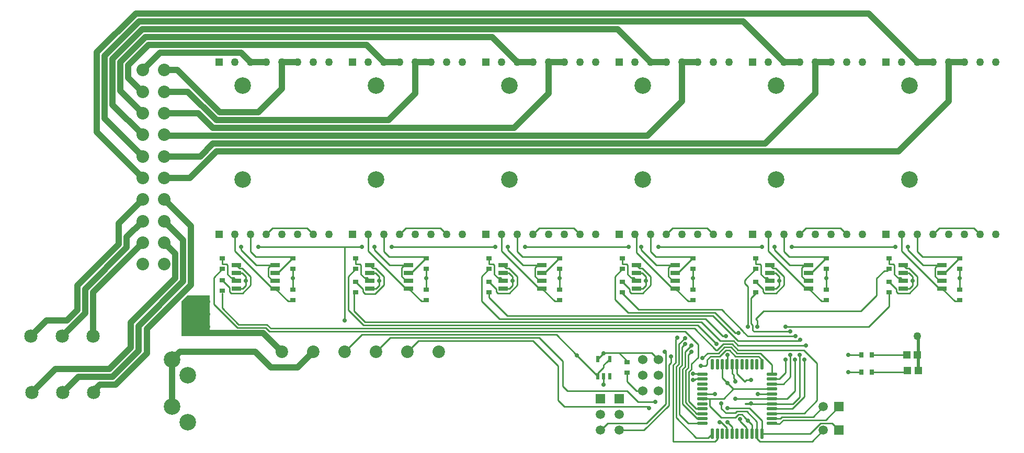
<source format=gtl>
G04 Layer_Physical_Order=1*
G04 Layer_Color=255*
%FSLAX24Y24*%
%MOIN*%
G70*
G01*
G75*
%ADD10R,0.0374X0.0315*%
%ADD11O,0.0217X0.0689*%
%ADD12O,0.0689X0.0217*%
%ADD13R,0.0591X0.0315*%
%ADD14R,0.0236X0.0433*%
%ADD15R,0.0315X0.0374*%
%ADD16R,0.0492X0.0472*%
%ADD17C,0.0400*%
%ADD18C,0.0200*%
%ADD19C,0.0100*%
%ADD20C,0.0600*%
%ADD21C,0.0591*%
%ADD22R,0.0591X0.0591*%
%ADD23C,0.0799*%
%ADD24R,0.0591X0.0591*%
%ADD25C,0.1058*%
%ADD26C,0.0850*%
%ADD27C,0.0801*%
%ADD28C,0.0500*%
%ADD29R,0.0500X0.0500*%
%ADD30C,0.0290*%
G36*
X13900Y7000D02*
X12100D01*
Y9258D01*
X12442Y9600D01*
X13900D01*
Y7000D01*
D02*
G37*
D10*
X40500Y4665D02*
D03*
Y5335D02*
D03*
X14700Y11315D02*
D03*
Y11985D02*
D03*
X23200Y11315D02*
D03*
Y11985D02*
D03*
X31700Y11315D02*
D03*
Y11985D02*
D03*
X40200Y11315D02*
D03*
Y11985D02*
D03*
X48700Y11315D02*
D03*
Y11985D02*
D03*
X57200Y11315D02*
D03*
Y11985D02*
D03*
X19200Y11985D02*
D03*
Y11315D02*
D03*
X27700Y11985D02*
D03*
Y11315D02*
D03*
X36200Y11985D02*
D03*
Y11315D02*
D03*
X44700Y11985D02*
D03*
Y11315D02*
D03*
X53200Y11985D02*
D03*
Y11315D02*
D03*
X61700Y11985D02*
D03*
Y11315D02*
D03*
X14677Y9904D02*
D03*
Y10573D02*
D03*
X23177Y9815D02*
D03*
Y10485D02*
D03*
X31677Y9815D02*
D03*
Y10485D02*
D03*
X40177Y9815D02*
D03*
Y10485D02*
D03*
X48677Y9815D02*
D03*
Y10485D02*
D03*
X57177Y9815D02*
D03*
Y10485D02*
D03*
X19200Y9315D02*
D03*
Y9985D02*
D03*
X27700Y9315D02*
D03*
Y9985D02*
D03*
X36200Y9315D02*
D03*
Y9985D02*
D03*
X44700Y9315D02*
D03*
Y9985D02*
D03*
X53200Y9315D02*
D03*
Y9985D02*
D03*
X61700Y9315D02*
D03*
Y9985D02*
D03*
D11*
X45925Y776D02*
D03*
X46240D02*
D03*
X46555D02*
D03*
X46870D02*
D03*
X47185D02*
D03*
X47500D02*
D03*
X47815D02*
D03*
X48130D02*
D03*
X48445D02*
D03*
X48760D02*
D03*
X49075D02*
D03*
Y5224D02*
D03*
X48760D02*
D03*
X48445D02*
D03*
X48130D02*
D03*
X47815D02*
D03*
X47500D02*
D03*
X47185D02*
D03*
X46870D02*
D03*
X46555D02*
D03*
X46240D02*
D03*
X45925D02*
D03*
D12*
X49724Y1425D02*
D03*
Y1740D02*
D03*
Y2055D02*
D03*
Y2370D02*
D03*
Y2685D02*
D03*
Y3000D02*
D03*
Y3315D02*
D03*
Y3630D02*
D03*
Y3945D02*
D03*
Y4260D02*
D03*
Y4575D02*
D03*
X45276D02*
D03*
Y4260D02*
D03*
Y3945D02*
D03*
Y3630D02*
D03*
Y3315D02*
D03*
Y3000D02*
D03*
Y2685D02*
D03*
Y2370D02*
D03*
Y2055D02*
D03*
Y1740D02*
D03*
Y1425D02*
D03*
D13*
X60561Y10050D02*
D03*
Y10550D02*
D03*
Y11050D02*
D03*
Y11550D02*
D03*
X58100Y10050D02*
D03*
Y10550D02*
D03*
Y11050D02*
D03*
Y11550D02*
D03*
X52061Y10050D02*
D03*
Y10550D02*
D03*
Y11050D02*
D03*
Y11550D02*
D03*
X49600Y10050D02*
D03*
Y10550D02*
D03*
Y11050D02*
D03*
Y11550D02*
D03*
X43561Y10050D02*
D03*
Y10550D02*
D03*
Y11050D02*
D03*
Y11550D02*
D03*
X41100Y10050D02*
D03*
Y10550D02*
D03*
Y11050D02*
D03*
Y11550D02*
D03*
X35061Y10050D02*
D03*
Y10550D02*
D03*
Y11050D02*
D03*
Y11550D02*
D03*
X32600Y10050D02*
D03*
Y10550D02*
D03*
Y11050D02*
D03*
Y11550D02*
D03*
X26561Y10050D02*
D03*
Y10550D02*
D03*
Y11050D02*
D03*
Y11550D02*
D03*
X24100Y10050D02*
D03*
Y10550D02*
D03*
Y11050D02*
D03*
Y11550D02*
D03*
X18061Y10050D02*
D03*
Y10550D02*
D03*
Y11050D02*
D03*
Y11550D02*
D03*
X15600Y10050D02*
D03*
Y10550D02*
D03*
Y11050D02*
D03*
Y11550D02*
D03*
D14*
X39374Y5551D02*
D03*
X38626D02*
D03*
Y4449D02*
D03*
X39000D02*
D03*
X39374D02*
D03*
D15*
X55431Y5800D02*
D03*
X56100D02*
D03*
X55431Y4700D02*
D03*
X56100D02*
D03*
D16*
X58356Y4800D02*
D03*
X59044D02*
D03*
X58311Y5800D02*
D03*
X59000D02*
D03*
D17*
X12760Y8160D02*
X12860Y8060D01*
X13560Y7360D01*
X13721Y7200D01*
X6500Y3500D02*
X6900Y3900D01*
X4520Y3400D02*
X5520Y4400D01*
X2540Y3400D02*
X4040Y4900D01*
X4480Y7000D02*
X5960Y8480D01*
X6460Y7000D02*
Y9814D01*
X6500Y3400D02*
Y3500D01*
X59000Y24500D02*
X60000D01*
X55900Y27600D02*
X59000Y24500D01*
X9172Y27600D02*
X55900D01*
X50500Y24500D02*
X51500D01*
X47900Y27100D02*
X50500Y24500D01*
X9379Y27100D02*
X47900D01*
X42000Y24500D02*
X43000D01*
X39900Y26600D02*
X42000Y24500D01*
X9586Y26600D02*
X39900D01*
X33500Y24500D02*
X34500D01*
X31900Y26100D02*
X33500Y24500D01*
X9793Y26100D02*
X31900D01*
X25000Y24500D02*
X26000D01*
X23900Y25600D02*
X25000Y24500D01*
X10000Y25600D02*
X23900D01*
X6700Y20032D02*
X9622Y17110D01*
X7200Y20910D02*
X9622Y18488D01*
X7700Y21788D02*
X9622Y19866D01*
X8200Y22666D02*
X9622Y21244D01*
X9578Y22622D02*
X9622D01*
X8700Y23500D02*
X9578Y22622D01*
X6700Y20032D02*
Y25128D01*
X7700Y21788D02*
Y24714D01*
X8200Y22666D02*
Y24507D01*
X7700Y24714D02*
X9586Y26600D01*
X8200Y24507D02*
X9793Y26100D01*
X6700Y25128D02*
X9172Y27600D01*
X7200Y20910D02*
Y24921D01*
X9379Y27100D01*
X8700Y23500D02*
Y24300D01*
X10000Y25600D01*
X9622Y24000D02*
X10722Y25100D01*
X15900D01*
X16500Y24500D01*
X11814Y24000D02*
X14514Y21300D01*
X11000Y24000D02*
X11814D01*
X12485Y22622D02*
X14307Y20800D01*
X11000Y22622D02*
X12485D01*
X14514Y21300D02*
X17000D01*
X14307Y20800D02*
X25300D01*
X14100Y20300D02*
X33300D01*
X13156Y21244D02*
X14100Y20300D01*
X11000Y21244D02*
X13156D01*
X12617Y17110D02*
X14307Y18800D01*
X11000Y17110D02*
X12617D01*
X14307Y18800D02*
X57800D01*
X14100Y19300D02*
X49300D01*
X13288Y18488D02*
X14100Y19300D01*
X11000Y18488D02*
X13288D01*
X61000Y24500D02*
X62000D01*
X57800Y18800D02*
X61000Y22000D01*
Y24500D01*
X52500D02*
X53500D01*
X49300Y19300D02*
X52500Y22500D01*
Y24500D01*
X44000D02*
X45000D01*
X41800Y19800D02*
X44000Y22000D01*
Y24500D01*
X11066Y19800D02*
X41800D01*
X35500Y24500D02*
X36500D01*
X33300Y20300D02*
X35500Y22500D01*
Y24500D01*
X27000D02*
X28000D01*
X25300Y20800D02*
X27000Y22500D01*
Y24500D01*
X18500D02*
X19500D01*
X17000Y21300D02*
X18500Y22800D01*
Y24500D01*
X11000Y19866D02*
X11066Y19800D01*
X17300Y7200D02*
X18500Y6000D01*
X19500Y5000D02*
X20500Y6000D01*
X17800Y5000D02*
X19500D01*
X11500Y5500D02*
X12000Y6000D01*
X16800D01*
X17800Y5000D01*
X16500Y24500D02*
X17500D01*
X6460Y9814D02*
X9622Y12976D01*
X11500Y2500D02*
Y5500D01*
X13721Y7200D02*
X17300D01*
X11000Y15732D02*
X12701Y14032D01*
X11000Y14354D02*
X12201Y13154D01*
X11000Y12976D02*
X11701Y12276D01*
X6900Y3900D02*
X7900D01*
X5520Y4400D02*
X7693D01*
X11701Y10701D02*
Y12276D01*
X12201Y10493D02*
Y13154D01*
X12701Y10286D02*
Y14032D01*
X5460Y8687D02*
Y10229D01*
X4040Y4900D02*
X7486D01*
X9365Y7658D02*
X12201Y10493D01*
X8865Y7865D02*
X11701Y10701D01*
X7486Y4900D02*
X8865Y6279D01*
Y7865D01*
X7693Y4400D02*
X9365Y6072D01*
Y7658D01*
X7900Y3900D02*
X9900Y5900D01*
Y7486D01*
X12701Y10286D01*
X5960Y8480D02*
Y10021D01*
X8600Y12661D01*
Y13332D01*
X9622Y14354D01*
X5460Y10229D02*
X8100Y12869D01*
Y14210D01*
X9622Y15732D01*
X4773Y8000D02*
X5460Y8687D01*
X2500Y7000D02*
X3500Y8000D01*
X4773D01*
D18*
X59044Y4800D02*
Y6956D01*
D19*
X48098Y1069D02*
X48130D01*
X46900Y5254D02*
Y5800D01*
X57200Y11623D02*
Y11985D01*
Y11623D02*
X57449D01*
X57537Y11535D01*
Y10948D02*
Y11535D01*
Y10948D02*
X57743Y10743D01*
X57907D01*
X58100Y10550D01*
X57177Y10485D02*
X57655Y10007D01*
Y9830D02*
Y10007D01*
Y9830D02*
X57743Y9743D01*
X58475D01*
X58995Y10262D01*
Y10820D01*
X58457Y11357D02*
X58995Y10820D01*
X58293Y11357D02*
X58457D01*
X58100Y11550D02*
X58293Y11357D01*
X48700Y11623D02*
Y11985D01*
Y11623D02*
X48949D01*
X49037Y11535D01*
Y10948D02*
Y11535D01*
Y10948D02*
X49243Y10743D01*
X49407D01*
X49600Y10550D01*
X48677Y10485D02*
X49155Y10007D01*
Y9830D02*
Y10007D01*
Y9830D02*
X49243Y9743D01*
X49975D01*
X50495Y10262D01*
X50200Y10250D02*
Y10527D01*
Y10804D01*
X49957Y11357D02*
X50495Y10820D01*
Y10262D02*
Y10820D01*
X49793Y11357D02*
X49957D01*
X49600Y11550D02*
X49793Y11357D01*
X40200Y11623D02*
Y11985D01*
Y11623D02*
X40449D01*
X40537Y11535D01*
Y10948D02*
Y11535D01*
Y10948D02*
X40743Y10743D01*
X40907D01*
X41100Y10550D01*
X40177Y10485D02*
X40655Y10007D01*
Y9830D02*
Y10007D01*
Y9830D02*
X40743Y9743D01*
X41475D01*
X42000Y10267D01*
Y10815D01*
X41457Y11357D02*
X42000Y10815D01*
X41293Y11357D02*
X41457D01*
X41100Y11550D02*
X41293Y11357D01*
X31700Y11623D02*
Y11985D01*
Y11623D02*
X31949D01*
X32037Y11535D01*
Y10948D02*
Y11535D01*
Y10948D02*
X32243Y10743D01*
X32407D01*
X32600Y10550D01*
X31677Y10485D02*
X32155Y10007D01*
Y9830D02*
Y10007D01*
Y9830D02*
X32243Y9743D01*
X32975D01*
X33495Y10262D01*
Y10820D01*
X32957Y11357D02*
X33495Y10820D01*
X32793Y11357D02*
X32957D01*
X32600Y11550D02*
X32793Y11357D01*
X23200Y11623D02*
Y11985D01*
Y11623D02*
X23449D01*
X23537Y11535D01*
Y10948D02*
Y11535D01*
Y10948D02*
X23743Y10743D01*
X23907D01*
X24100Y10550D01*
X23177Y10485D02*
X23655Y10007D01*
Y9830D02*
Y10007D01*
Y9830D02*
X23785Y9700D01*
X24433D01*
X24995Y10262D01*
Y10820D01*
X24457Y11357D02*
X24995Y10820D01*
X24293Y11357D02*
X24457D01*
X24100Y11550D02*
X24293Y11357D01*
X23177Y10573D02*
X23200Y10550D01*
X24700Y10250D02*
Y10527D01*
Y10804D01*
X24500Y10050D02*
X24700Y10250D01*
X22712Y10803D02*
X23136Y11227D01*
X14700Y11623D02*
Y11985D01*
Y11623D02*
X14949D01*
X15037Y11535D01*
Y10948D02*
Y11535D01*
Y10948D02*
X15243Y10743D01*
X15407D01*
X15600Y10550D01*
X14140Y10755D02*
X14700Y11315D01*
X14140Y9055D02*
Y10755D01*
X14677Y10573D02*
X15155Y10095D01*
Y9830D02*
Y10095D01*
Y9830D02*
X15243Y9743D01*
X15975D01*
X16495Y10262D01*
Y10820D01*
X15957Y11357D02*
X16495Y10820D01*
X15793Y11357D02*
X15957D01*
X15600Y11550D02*
X15793Y11357D01*
X14140Y9055D02*
X15645Y7550D01*
X14677Y10573D02*
Y10627D01*
X15600Y11050D02*
X15954D01*
X16200Y10804D01*
X15500Y12446D02*
X17896Y10050D01*
X27623Y11948D02*
Y12073D01*
X27384Y9227D02*
X27700D01*
X18884D02*
X19200D01*
X19123Y11948D02*
Y12073D01*
X36123Y11948D02*
Y12073D01*
X44623Y11948D02*
Y12073D01*
X35884Y9227D02*
X36200D01*
X53123Y11948D02*
Y12073D01*
X44384Y9227D02*
X44700D01*
X52884D02*
X53200D01*
X45276Y3000D02*
X45770D01*
X61623Y11948D02*
Y12073D01*
X61384Y9227D02*
X61700D01*
Y10700D02*
Y11227D01*
Y10073D02*
Y10700D01*
X53200D02*
Y11227D01*
Y10073D02*
Y10700D01*
X58700Y10527D02*
Y10804D01*
Y10250D02*
Y10527D01*
X44700Y10700D02*
Y11227D01*
Y10073D02*
Y10700D01*
X41700Y10527D02*
Y10804D01*
Y10250D02*
Y10527D01*
X36200Y10700D02*
Y11227D01*
Y10073D02*
Y10700D01*
X33200Y10527D02*
Y10804D01*
Y10250D02*
Y10527D01*
X27700Y10700D02*
Y11227D01*
Y10073D02*
Y10700D01*
X19200D02*
Y11227D01*
Y10073D02*
Y10700D01*
X16200Y10527D02*
Y10804D01*
Y10250D02*
Y10527D01*
X45276Y3315D02*
X46085D01*
X45770Y2530D02*
Y3000D01*
X49200Y8600D02*
X55400D01*
X44180Y7300D02*
X45005Y6475D01*
X17695Y7300D02*
X44180D01*
X45005Y5636D02*
Y6475D01*
X40559Y8500D02*
X46100D01*
X32359Y8100D02*
X45500D01*
X52600Y2900D02*
Y5283D01*
X51764Y6119D02*
X52600Y5283D01*
X51462Y6710D02*
X51526Y6774D01*
X48178Y7005D02*
X51205D01*
X48583Y7300D02*
X50900D01*
Y4400D02*
Y5800D01*
X50600Y4675D02*
Y5500D01*
X51500Y3117D02*
Y5800D01*
X48982Y5919D02*
X49724Y5176D01*
X48867Y5719D02*
X49075Y5511D01*
X51800Y3134D02*
Y5500D01*
X48000Y10391D02*
Y10591D01*
X48400Y9450D02*
X48677Y9727D01*
X55877Y7600D02*
X57177Y8900D01*
X51200Y3500D02*
Y5500D01*
X46500Y2383D02*
X46783Y2100D01*
X39245Y1445D02*
X41728D01*
X38845Y1045D02*
X39245Y1445D01*
X42900Y6000D02*
X42950Y5950D01*
X45200Y5100D02*
X45500D01*
X45770Y2530D02*
X46500Y1800D01*
X48445Y776D02*
Y1355D01*
X48130Y776D02*
Y1069D01*
X48073Y1094D02*
X48098Y1069D01*
X48073Y1094D02*
Y1187D01*
X49075Y776D02*
Y1608D01*
X41566Y1000D02*
X43150Y2584D01*
X44700Y4200D02*
X44795D01*
X44855Y4260D01*
X45250Y4600D02*
X45276Y4575D01*
X43605Y1795D02*
X44900Y500D01*
X43805Y1995D02*
X44375Y1425D01*
X44005Y2680D02*
X44945Y1740D01*
X44205Y2763D02*
X44913Y2055D01*
X44405Y2846D02*
X44881Y2370D01*
X44400Y5800D02*
X44600Y6000D01*
X43595Y6795D02*
X43700Y6900D01*
X17778Y7500D02*
X44783D01*
X23694Y7700D02*
X45000D01*
X23777Y7900D02*
X45217D01*
X40177Y9727D02*
X41204Y8700D01*
X39712Y9347D02*
X40559Y8500D01*
X31677Y9477D02*
X32854Y8300D01*
X31230Y9230D02*
X32359Y8100D01*
X23077Y8600D02*
X23777Y7900D01*
X22712Y8682D02*
X23694Y7700D01*
X17528Y7750D02*
X17778Y7500D01*
X17445Y7550D02*
X17695Y7300D01*
X43795Y6512D02*
X44173Y6890D01*
X44000Y6300D02*
X44200Y6500D01*
Y6017D02*
X44583Y6400D01*
X44600D01*
Y5231D02*
X45005Y5636D01*
X41728Y1445D02*
X42950Y2667D01*
X48000Y10591D02*
X48636Y11227D01*
X50700Y3000D02*
X51200Y3500D01*
X49724Y3000D02*
X50700D01*
X50445Y3945D02*
X50900Y4400D01*
X50184Y4260D02*
X50600Y4675D01*
X51036Y2370D02*
X51800Y3134D01*
X49724Y2370D02*
X51036D01*
X51068Y2685D02*
X51500Y3117D01*
X49724Y3945D02*
X50445D01*
X51783Y2083D02*
X52600Y2900D01*
X49724Y1740D02*
X50257D01*
X50362Y1845D02*
X52345D01*
X50257Y1740D02*
X50362Y1845D01*
X50445Y1645D02*
X53145D01*
X50200Y1400D02*
X50445Y1645D01*
X48760Y489D02*
X48968Y281D01*
X52281D01*
X52146Y776D02*
X52816Y1445D01*
X49075Y776D02*
X52146D01*
X52816Y1445D02*
X53555D01*
X54000Y1000D01*
X49750Y1400D02*
X50200D01*
X58100Y11050D02*
X58454D01*
X58100Y10050D02*
X58500D01*
X58700Y10250D01*
X58454Y11050D02*
X58700Y10804D01*
X49600Y11050D02*
X49954D01*
X49600Y10050D02*
X50000D01*
X50200Y10250D01*
X49954Y11050D02*
X50200Y10804D01*
X41100Y11050D02*
X41454D01*
X41100Y10050D02*
X41500D01*
X41700Y10250D01*
X41454Y11050D02*
X41700Y10804D01*
X32600Y11050D02*
X32954D01*
X32600Y10050D02*
X33000D01*
X33200Y10250D01*
X32954Y11050D02*
X33200Y10804D01*
X24100Y11050D02*
X24454D01*
X24100Y10050D02*
X24500D01*
X24454Y11050D02*
X24700Y10804D01*
X16000Y10050D02*
X16200Y10250D01*
X60000Y13500D02*
X60400Y13900D01*
X62600D01*
X63000Y13500D01*
X51500D02*
X51900Y13900D01*
X54100D01*
X54500Y13500D01*
X43000D02*
X43400Y13900D01*
X45600D01*
X46000Y13500D01*
X34500D02*
X34900Y13900D01*
X37100D01*
X37500Y13500D01*
X26000D02*
X26400Y13900D01*
X28600D01*
X29000Y13500D01*
X20100Y13900D02*
X20500Y13500D01*
X17900Y13900D02*
X20100D01*
X17500Y13500D02*
X17900Y13900D01*
X41400Y12500D02*
Y12700D01*
Y12500D02*
X42350Y11550D01*
X59000Y12400D02*
Y13500D01*
X31677Y9477D02*
Y9727D01*
X60396Y10050D02*
X60561D01*
X58000Y12446D02*
X60396Y10050D01*
X60300Y11550D02*
X60561D01*
X60115Y11365D02*
X60300Y11550D01*
X60115Y10830D02*
Y11365D01*
X60396Y10550D02*
X60561D01*
X60115Y10830D02*
X60396Y10550D01*
X60726Y11050D02*
X61623Y11948D01*
X60561Y11050D02*
X60726D01*
X59327Y12073D02*
X61623D01*
X59000Y12400D02*
X59327Y12073D01*
X57177Y10573D02*
X57200Y10550D01*
X60561Y10050D02*
X61384Y9227D01*
X51896Y10050D02*
X52061D01*
X51800Y11550D02*
X52061D01*
X51615Y11365D02*
X51800Y11550D01*
X51615Y10830D02*
Y11365D01*
X51896Y10550D02*
X52061D01*
X51615Y10830D02*
X51896Y10550D01*
X52226Y11050D02*
X53123Y11948D01*
X52061Y11050D02*
X52226D01*
X48677Y10573D02*
X48700Y10550D01*
X52061Y10050D02*
X52884Y9227D01*
X34896Y10050D02*
X35061D01*
X34800Y11550D02*
X35061D01*
X34615Y11365D02*
X34800Y11550D01*
X34615Y10830D02*
Y11365D01*
X34896Y10550D02*
X35061D01*
X34615Y10830D02*
X34896Y10550D01*
X31212Y10803D02*
X31636Y11227D01*
X31212Y9230D02*
Y10803D01*
X35226Y11050D02*
X36123Y11948D01*
X35061Y11050D02*
X35226D01*
X33827Y12073D02*
X36123D01*
X31677Y10573D02*
X31700Y10550D01*
X35061Y10050D02*
X35884Y9227D01*
X26396Y10050D02*
X26561D01*
X24000Y12446D02*
X26396Y10050D01*
X26300Y11550D02*
X26561D01*
X26115Y11365D02*
X26300Y11550D01*
X26115Y10830D02*
Y11365D01*
X26396Y10550D02*
X26561D01*
X26115Y10830D02*
X26396Y10550D01*
X22712Y8682D02*
Y10803D01*
X26726Y11050D02*
X27623Y11948D01*
X26561Y11050D02*
X26726D01*
X25327Y12073D02*
X27623D01*
X26561Y10050D02*
X27384Y9227D01*
X17896Y10050D02*
X18061D01*
X17800Y11550D02*
X18061D01*
X17615Y11365D02*
X17800Y11550D01*
X17615Y10830D02*
Y11365D01*
X17896Y10550D02*
X18061D01*
X17615Y10830D02*
X17896Y10550D01*
X15600Y10050D02*
X16000D01*
X18226Y11050D02*
X19123Y11948D01*
X18061Y11050D02*
X18226D01*
X18061Y10050D02*
X18884Y9227D01*
X42327Y12073D02*
X44623D01*
X39712Y10803D02*
X40136Y11227D01*
X39712Y9347D02*
Y10803D01*
X43561Y10050D02*
X44384Y9227D01*
X23077Y8600D02*
Y9677D01*
X43300Y11550D02*
X43561D01*
X43396Y10050D02*
X43561D01*
X43115Y10830D02*
X43396Y10550D01*
X43115Y10830D02*
Y11365D01*
X43396Y10550D02*
X43561D01*
X43726Y11050D02*
X44623Y11948D01*
X43561Y11050D02*
X43726D01*
X40177Y10573D02*
X40200Y10550D01*
X44900Y500D02*
X45650D01*
X46081Y281D02*
X46240Y440D01*
X49724Y2055D02*
Y2083D01*
X38626Y4449D02*
Y4626D01*
X39987Y5937D02*
X40500Y5423D01*
X41000Y13500D02*
X41100Y13400D01*
X43115Y11365D02*
X43300Y11550D01*
X42350D02*
X43300D01*
X24000Y12446D02*
Y13500D01*
X16850Y11550D02*
X17800D01*
X15900Y12500D02*
X16850Y11550D01*
X15900Y12500D02*
Y12700D01*
X25350Y11550D02*
X26300D01*
X24400Y12500D02*
X25350Y11550D01*
X24400Y12500D02*
Y12700D01*
X33850Y11550D02*
X34800D01*
X32900Y12500D02*
X33850Y11550D01*
X32900Y12500D02*
Y12700D01*
X50850Y11550D02*
X51800D01*
X49900Y12500D02*
X50850Y11550D01*
X49900Y12500D02*
Y12700D01*
X59350Y11550D02*
X60300D01*
X58400Y12500D02*
X59350Y11550D01*
X58400Y12500D02*
Y12700D01*
X50827Y12073D02*
X53123D01*
X51000Y12700D02*
X57600D01*
X58000Y12446D02*
Y13500D01*
X50500Y12400D02*
X50827Y12073D01*
X49500Y12446D02*
Y13500D01*
Y12446D02*
X51896Y10050D01*
X50500Y12400D02*
Y13500D01*
X42000Y12400D02*
X42327Y12073D01*
X41100Y12346D02*
X43396Y10050D01*
X41100Y12346D02*
Y13400D01*
X42000Y12400D02*
Y13500D01*
X42500Y12700D02*
X49100D01*
X33500Y12400D02*
X33827Y12073D01*
X32500Y12446D02*
Y13500D01*
Y12446D02*
X34896Y10050D01*
X33500Y12400D02*
Y13500D01*
X34000Y12700D02*
X40600D01*
X25000Y12400D02*
X25327Y12073D01*
X25000Y12400D02*
Y13500D01*
X25500Y12700D02*
X32100D01*
X15500Y12446D02*
Y13500D01*
X16500Y12400D02*
Y13500D01*
X16827Y12073D02*
X19123D01*
X16500Y12400D02*
X16827Y12073D01*
X49724Y4260D02*
X50184D01*
X49724Y4575D02*
Y5176D01*
X49075Y5224D02*
Y5511D01*
X39000Y4449D02*
X39000D01*
X56877Y11177D02*
X57100D01*
X56400Y10700D02*
X56877Y11177D01*
X55400Y8600D02*
X56400Y9600D01*
Y10700D01*
X57177Y8900D02*
Y9727D01*
X47270Y3630D02*
X49438Y3630D01*
X42050Y5950D02*
X42500Y5500D01*
X39374Y5536D02*
Y5551D01*
X38626Y4626D02*
X39000Y5000D01*
Y5177D01*
X39174Y5351D01*
X39189D01*
X39025Y5950D02*
X42050D01*
X22500Y6000D02*
X23600Y7100D01*
X24500Y6000D02*
X25400Y6900D01*
X23600Y7100D02*
X35975D01*
X25400Y6900D02*
X34900D01*
X26500Y6000D02*
X27200Y6700D01*
X34500D01*
X34900Y6900D02*
X36400Y5400D01*
X34500Y6700D02*
X36100Y5100D01*
Y2900D02*
Y5100D01*
X40000Y1000D02*
X41566D01*
X36400Y3800D02*
Y5400D01*
X40500Y4100D02*
Y4577D01*
X36400Y3800D02*
X36700Y3500D01*
X40500Y4100D02*
X41100Y3500D01*
X36100Y2900D02*
X36500Y2500D01*
X41800D01*
X41900Y2400D01*
X35975Y7100D02*
X37300Y5775D01*
X38626Y4449D01*
X22500Y8000D02*
Y12700D01*
X17000D02*
X22500D01*
X23600D01*
X36700Y3500D02*
X40500D01*
X41200Y2800D01*
X14677Y8801D02*
Y9727D01*
Y8801D02*
X15728Y7750D01*
X15645Y7550D02*
X17445D01*
X15728Y7750D02*
X17528D01*
X43405Y281D02*
X46081D01*
X49724Y2685D02*
X51068D01*
X49438Y3630D02*
X49724D01*
X45276Y3000D02*
X45332Y2943D01*
X44945Y1740D02*
X45276D01*
X52345Y1845D02*
X53000Y2500D01*
X44913Y2055D02*
X45276D01*
X48815Y3315D02*
X49724D01*
X39000Y3900D02*
Y4449D01*
X53145Y1645D02*
X54000Y2500D01*
X44881Y2370D02*
X45276D01*
X39189Y5351D02*
X39374Y5536D01*
X52281Y281D02*
X53000Y1000D01*
X48760Y489D02*
Y776D01*
X50600Y7600D02*
X55877D01*
X48700Y8100D02*
X49200Y8600D01*
X46240Y440D02*
Y776D01*
X45650Y500D02*
X45925Y776D01*
X44855Y4260D02*
X45276D01*
X41100Y3500D02*
X41500D01*
X44375Y1425D02*
X45276D01*
X23136Y11227D02*
X23200D01*
X59000Y7000D02*
X59044Y6956D01*
X56100Y5800D02*
X58311D01*
X56100Y4700D02*
X58256D01*
X58356Y4800D01*
X46813Y832D02*
X46870Y776D01*
X46813Y832D02*
Y1205D01*
X46778D02*
X46813D01*
X46400Y1500D02*
X46483D01*
X47185Y776D02*
Y1215D01*
X48760Y776D02*
Y1540D01*
X48200Y1600D02*
X48445Y1355D01*
X46483Y1500D02*
X46778Y1205D01*
X46085Y3315D02*
X46100Y3300D01*
X41200Y2800D02*
X42300D01*
X46500Y2383D02*
Y2700D01*
X46900Y1500D02*
X47185Y1215D01*
X48015Y2685D02*
X48030Y2700D01*
X46783Y2100D02*
X47400D01*
X47495Y2195D01*
X46500Y1800D02*
X47383D01*
X47578Y1995D01*
X47700Y1561D02*
X48073Y1187D01*
X47995Y1805D02*
X48200Y1600D01*
X38626Y5551D02*
X39025Y5950D01*
X54600Y5800D02*
X55431D01*
X54600Y4700D02*
X55431D01*
X48100Y4200D02*
X48400D01*
X47700Y1561D02*
Y1700D01*
X47578Y1995D02*
X47822D01*
X47995Y1822D01*
Y1805D02*
Y1822D01*
X47495Y2195D02*
X48105D01*
X48760Y1540D01*
X46900Y2400D02*
X48283D01*
X49075Y1608D01*
X48030Y2700D02*
X48400D01*
X47400Y3000D02*
X49724D01*
X45770D02*
X46640D01*
X47270Y3630D01*
X43150Y5164D02*
X43300Y5314D01*
Y5700D01*
X43405Y5136D02*
X43595Y5326D01*
Y6795D01*
X43605Y5054D02*
X43795Y5244D01*
Y6512D01*
X43805Y4971D02*
X44000Y5166D01*
Y6300D01*
X44005Y4888D02*
X44200Y5083D01*
Y6017D01*
X44205Y4805D02*
X44400Y5000D01*
Y5800D01*
X44405Y4722D02*
X44600Y4917D01*
Y5231D01*
X44700Y4600D02*
X45250D01*
X42950Y2667D02*
Y5950D01*
X43150Y2584D02*
Y5164D01*
X43405Y281D02*
Y5136D01*
X43605Y1795D02*
Y5054D01*
X43805Y1995D02*
Y4971D01*
X44005Y2680D02*
Y4888D01*
X44205Y2763D02*
Y4805D01*
X44405Y2846D02*
Y4722D01*
X45500Y5100D02*
X45595Y5195D01*
Y5496D01*
X46893Y4007D02*
X47270Y3630D01*
X48000Y4100D02*
X48100Y4200D01*
X47400Y4100D02*
Y4200D01*
X47295Y4305D02*
X47400Y4200D01*
X47500Y4600D02*
X48000Y4100D01*
X47500Y4600D02*
Y5224D01*
X47295Y4305D02*
Y4522D01*
X47185Y4632D02*
X47295Y4522D01*
X47185Y4632D02*
Y5224D01*
X46555Y4345D02*
X46893Y4007D01*
X46555Y4345D02*
Y5224D01*
X45595Y5496D02*
X45818Y5719D01*
X45300Y5600D02*
X45619Y5919D01*
X44783Y7500D02*
X46164Y6119D01*
X47566Y6400D02*
X51900D01*
X47539Y6710D02*
X51462D01*
X46870Y5224D02*
X46900Y5254D01*
X45000Y7700D02*
X46200Y6500D01*
X46778Y6095D02*
X47022D01*
X46695Y6295D02*
X47105D01*
X45500Y8100D02*
X46600Y7000D01*
X46800D01*
X46100Y8500D02*
X47400Y7200D01*
X47600D01*
X47895Y7288D02*
Y7322D01*
Y7288D02*
X48178Y7005D01*
X48200Y7600D02*
Y10191D01*
X48400Y7817D02*
X48495Y7722D01*
X48400Y7817D02*
Y9450D01*
X48700Y8100D02*
X48800Y8000D01*
Y7600D02*
Y8000D01*
X47564Y6119D02*
X51764D01*
X48495Y7388D02*
X48583Y7300D01*
X48495Y7388D02*
Y7722D01*
X46517Y8700D02*
X47895Y7322D01*
X45949Y8300D02*
X47539Y6710D01*
X47271Y6695D02*
X47566Y6400D01*
X45217Y7900D02*
X46422Y6695D01*
X47271D01*
X46612Y6495D02*
X47188D01*
X47564Y6119D01*
X47481Y5919D02*
X48982D01*
X45619D02*
X46319D01*
X46695Y6295D01*
X47105D02*
X47481Y5919D01*
X47398Y5719D02*
X48867D01*
X45818D02*
X46402D01*
X46778Y6095D01*
X47022D02*
X47398Y5719D01*
X46164Y6119D02*
X46236D01*
X46612Y6495D01*
X32854Y8300D02*
X45949D01*
X41204Y8700D02*
X46517D01*
X48000Y10391D02*
X48200Y10191D01*
X49724Y2083D02*
X51783D01*
X39000Y891D02*
Y1000D01*
X38845Y1045D02*
X39000Y891D01*
X31636Y11227D02*
X31700D01*
X40136D02*
X40200D01*
X48015Y2685D02*
X49724D01*
X48636Y11227D02*
X48700D01*
X57136D02*
X57200D01*
D20*
X41500Y3500D02*
D03*
Y4500D02*
D03*
Y5500D02*
D03*
X42500Y3500D02*
D03*
Y4500D02*
D03*
Y5500D02*
D03*
D21*
X40000Y1000D02*
D03*
Y2000D02*
D03*
X38800Y1000D02*
D03*
Y2000D02*
D03*
X53000Y2500D02*
D03*
Y1000D02*
D03*
D22*
X40000Y3000D02*
D03*
X38800D02*
D03*
D23*
X28500Y6000D02*
D03*
X18500D02*
D03*
X20500D02*
D03*
X22500D02*
D03*
X24500D02*
D03*
X26500D02*
D03*
D24*
X54000Y2500D02*
D03*
Y1000D02*
D03*
D25*
X12500Y1500D02*
D03*
X11500Y2500D02*
D03*
X12500Y4500D02*
D03*
X11500Y5500D02*
D03*
X16000Y23000D02*
D03*
Y17000D02*
D03*
X24500Y23000D02*
D03*
Y17000D02*
D03*
X33000Y23000D02*
D03*
Y17000D02*
D03*
X41500Y23000D02*
D03*
Y17000D02*
D03*
X50000Y23000D02*
D03*
Y17000D02*
D03*
X58500Y23000D02*
D03*
Y17000D02*
D03*
D26*
X6460Y7000D02*
D03*
X4480D02*
D03*
X2500D02*
D03*
X2540Y3400D02*
D03*
X4520D02*
D03*
X6500D02*
D03*
D27*
X9622Y11598D02*
D03*
X11000D02*
D03*
Y24000D02*
D03*
X9622D02*
D03*
X11000Y22622D02*
D03*
X9622D02*
D03*
X11000Y21244D02*
D03*
X9622D02*
D03*
X11000Y19866D02*
D03*
X9622D02*
D03*
X11000Y18488D02*
D03*
X9622D02*
D03*
X11000Y17110D02*
D03*
X9622D02*
D03*
X11000Y15732D02*
D03*
X9622D02*
D03*
X11000Y14354D02*
D03*
X9622D02*
D03*
X11000Y12976D02*
D03*
X9622D02*
D03*
D28*
X21500Y24500D02*
D03*
X20500D02*
D03*
X19500D02*
D03*
X18500D02*
D03*
X17500D02*
D03*
X16500D02*
D03*
X15500D02*
D03*
X21500Y13500D02*
D03*
X20500D02*
D03*
X19500D02*
D03*
X18500D02*
D03*
X17500D02*
D03*
X16500D02*
D03*
X15500D02*
D03*
X24000D02*
D03*
X25000D02*
D03*
X26000D02*
D03*
X27000D02*
D03*
X28000D02*
D03*
X29000D02*
D03*
X30000D02*
D03*
X24000Y24500D02*
D03*
X25000D02*
D03*
X26000D02*
D03*
X27000D02*
D03*
X28000D02*
D03*
X29000D02*
D03*
X30000D02*
D03*
X38500D02*
D03*
X37500D02*
D03*
X36500D02*
D03*
X35500D02*
D03*
X34500D02*
D03*
X33500D02*
D03*
X32500D02*
D03*
X38500Y13500D02*
D03*
X37500D02*
D03*
X36500D02*
D03*
X35500D02*
D03*
X34500D02*
D03*
X33500D02*
D03*
X32500D02*
D03*
X41000D02*
D03*
X42000D02*
D03*
X43000D02*
D03*
X44000D02*
D03*
X45000D02*
D03*
X46000D02*
D03*
X47000D02*
D03*
X41000Y24500D02*
D03*
X42000D02*
D03*
X43000D02*
D03*
X44000D02*
D03*
X45000D02*
D03*
X46000D02*
D03*
X47000D02*
D03*
X64000D02*
D03*
X63000D02*
D03*
X62000D02*
D03*
X61000D02*
D03*
X60000D02*
D03*
X59000D02*
D03*
X58000D02*
D03*
X64000Y13500D02*
D03*
X63000D02*
D03*
X62000D02*
D03*
X61000D02*
D03*
X60000D02*
D03*
X59000D02*
D03*
X58000D02*
D03*
X49500D02*
D03*
X50500D02*
D03*
X51500D02*
D03*
X52500D02*
D03*
X53500D02*
D03*
X54500D02*
D03*
X55500D02*
D03*
X49500Y24500D02*
D03*
X50500D02*
D03*
X51500D02*
D03*
X52500D02*
D03*
X53500D02*
D03*
X54500D02*
D03*
X55500D02*
D03*
X59000Y7000D02*
D03*
D29*
X14500Y24500D02*
D03*
Y13500D02*
D03*
X23000D02*
D03*
Y24500D02*
D03*
X31500D02*
D03*
Y13500D02*
D03*
X40000D02*
D03*
Y24500D02*
D03*
X57000D02*
D03*
Y13500D02*
D03*
X48500D02*
D03*
Y24500D02*
D03*
D30*
X46900Y5800D02*
D03*
X50200Y10527D02*
D03*
X24700D02*
D03*
X51900Y6400D02*
D03*
X51526Y6774D02*
D03*
X51205Y7005D02*
D03*
X50900Y7300D02*
D03*
X50600Y7600D02*
D03*
X50900Y5800D02*
D03*
X50600Y5500D02*
D03*
X51500Y5800D02*
D03*
X51800Y5500D02*
D03*
X51200D02*
D03*
X44700Y4200D02*
D03*
X43700Y6900D02*
D03*
X44173Y6890D02*
D03*
X44200Y6500D02*
D03*
X44600Y6400D02*
D03*
Y6000D02*
D03*
X43300Y5700D02*
D03*
X42900Y6000D02*
D03*
X45200Y5100D02*
D03*
X45300Y5600D02*
D03*
X58700Y10527D02*
D03*
X41700D02*
D03*
X33200D02*
D03*
X16200D02*
D03*
X41400Y12700D02*
D03*
X61700Y10700D02*
D03*
X53200D02*
D03*
X44700D02*
D03*
X36200D02*
D03*
X27700D02*
D03*
X19200D02*
D03*
X40600Y12700D02*
D03*
X42500D02*
D03*
X15900D02*
D03*
X25500D02*
D03*
X23600D02*
D03*
X24400D02*
D03*
X34000D02*
D03*
X32100D02*
D03*
X32900D02*
D03*
X49100D02*
D03*
X49900D02*
D03*
X57600D02*
D03*
X58400D02*
D03*
X51000D02*
D03*
X17000D02*
D03*
X39000Y3900D02*
D03*
X48815Y3315D02*
D03*
X39000Y5900D02*
D03*
X41900Y2400D02*
D03*
X37300Y5775D02*
D03*
X22500Y8000D02*
D03*
X12400Y7200D02*
D03*
X12600Y7600D02*
D03*
X12400Y8000D02*
D03*
X12600Y8400D02*
D03*
X12400Y8800D02*
D03*
X12600Y9200D02*
D03*
X12800Y7200D02*
D03*
X13000Y7600D02*
D03*
X12800Y8000D02*
D03*
X13000Y8400D02*
D03*
X12800Y8800D02*
D03*
X13000Y9200D02*
D03*
X13200Y7200D02*
D03*
X13400Y7600D02*
D03*
X13200Y8000D02*
D03*
X13400Y8400D02*
D03*
X13200Y8800D02*
D03*
X13400Y9200D02*
D03*
X13600Y7200D02*
D03*
X13800Y7600D02*
D03*
X13600Y8000D02*
D03*
X13800Y8400D02*
D03*
X13600Y8800D02*
D03*
X13800Y9200D02*
D03*
X48400Y4200D02*
D03*
X46400Y1500D02*
D03*
X54600Y4700D02*
D03*
Y5800D02*
D03*
X48200Y1600D02*
D03*
X46100Y3300D02*
D03*
X42300Y2800D02*
D03*
X46500Y2700D02*
D03*
X46900Y2400D02*
D03*
Y1500D02*
D03*
X47400Y4100D02*
D03*
X47700Y1700D02*
D03*
X48400Y2700D02*
D03*
X47400Y3000D02*
D03*
X44700Y4600D02*
D03*
X46893Y4007D02*
D03*
X46200Y6500D02*
D03*
X46800Y7000D02*
D03*
X47600Y7200D02*
D03*
X48200Y7600D02*
D03*
X48800D02*
D03*
M02*

</source>
